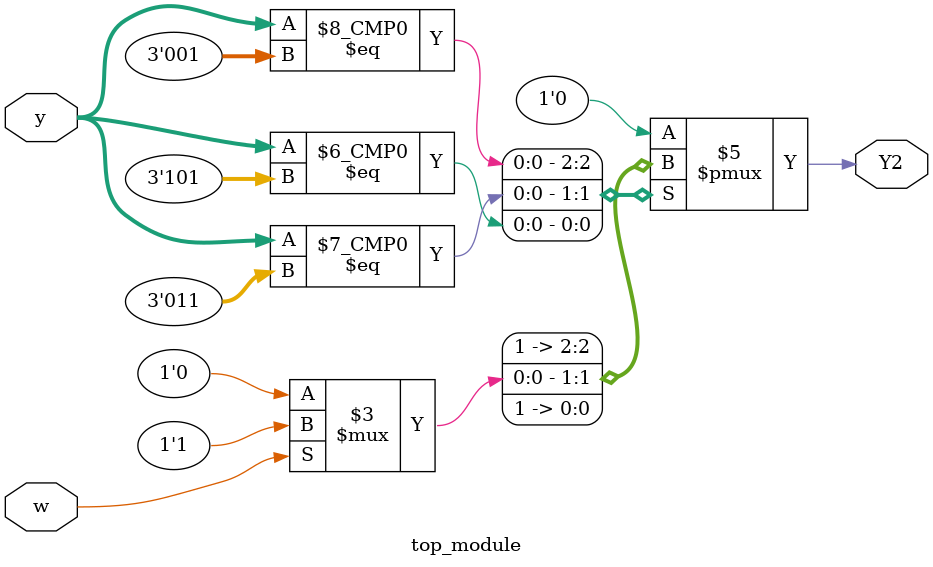
<source format=sv>
module top_module(
	input [3:1] y,
	input w,
	output reg Y2);

	always @(*) begin
		casez (y)
			3'b000: Y2 = 1'b0; // A -> B
			3'b001: Y2 = 1'b1; // B -> A
			3'b010: Y2 = 1'b0; // C -> D
			3'b011: Y2 = (w == 1'b0) ? 1'b0 : 1'b1; // D -> A or D -> F
			3'b100: Y2 = 1'b0; // E -> D
			3'b101: Y2 = 1'b1; // F -> D
			default: Y2 = 1'b0; // Default
		endcase
	end

endmodule

</source>
